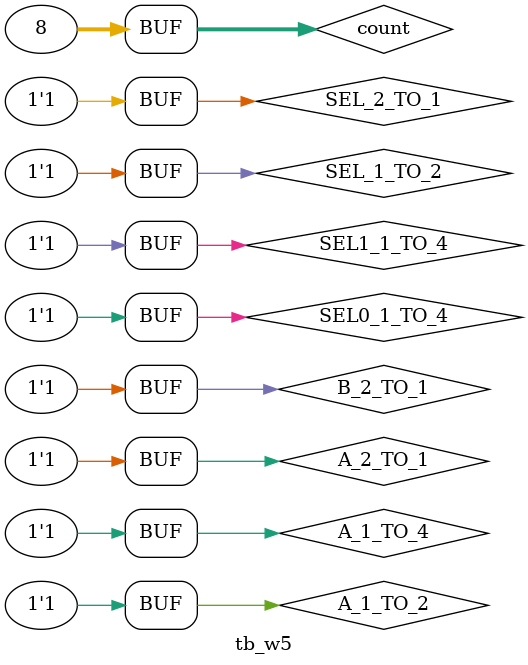
<source format=v>
`timescale 1ns/1ns

module tb_w5;
	
	//2:1 MUX
	//input 
	reg A_2_TO_1, B_2_TO_1;
	//select (input)
	reg SEL_2_TO_1;
	//output
	wire OUTPUT_2_TO_1_B; //behavioral modeling
	wire OUTPUT_2_TO_1_D; //dataflow modeling
	wire OUTPUT_2_TO_1_G; //gatelevel modeling	

	//////////////////////////////////
	//////////////////////////////////
	//////////////////////////////////
	//1:2 DEMUX
	//input 
	reg A_1_TO_2;

	//select (input)
	reg SEL_1_TO_2;
	wire OUTPUT1_1_TO_2_B, OUTPUT2_1_TO_2_B; //behavioral modeling
	wire OUTPUT1_1_TO_2_D, OUTPUT2_1_TO_2_D; //dataflow modeling
	wire OUTPUT1_1_TO_2_G, OUTPUT2_1_TO_2_G; //gatelevel modeling

	//////////////////////////////////
	//////////////////////////////////
	//////////////////////////////////
	//1:4 DEMUX
	//select (input)
	reg SEL1_1_TO_4, SEL0_1_TO_4;
	//input 
	reg A_1_TO_4;
	//output
	wire OUTPUT1_1_TO_4_B, OUTPUT2_1_TO_4_B, OUTPUT3_1_TO_4_B, OUTPUT4_1_TO_4_B; //behavioral modeling
	wire OUTPUT1_1_TO_4_D, OUTPUT2_1_TO_4_D, OUTPUT3_1_TO_4_D, OUTPUT4_1_TO_4_D; //dataflow modeling
	wire OUTPUT1_1_TO_4_G, OUTPUT2_1_TO_4_G, OUTPUT3_1_TO_4_G, OUTPUT4_1_TO_4_G; //gatelevel modeling	
	//temporal variable for loop
	integer count;

	//Module instantiation
	//2:1 MUX
	two_to_one_mux_behavioral_module two_to_one_mux_behavioral(.a(A_2_TO_1), .b(B_2_TO_1), .s(SEL_2_TO_1), .out(OUTPUT_2_TO_1_B));	
	two_to_one_mux_dataflow_module two_to_one_mux_dataflow(.a(A_2_TO_1), .b(B_2_TO_1), .s(SEL_2_TO_1), .out(OUTPUT_2_TO_1_D));
	two_to_one_mux_gatelevel_module two_to_one_mux_gatelevel(.a(A_2_TO_1), .b(B_2_TO_1), .s(SEL_2_TO_1), .out(OUTPUT_2_TO_1_G));

	//1:2 DEMUX
	one_to_two_demux_behavioral_module one_to_two_demux_behavioral(.a(A_1_TO_2), .s(SEL_1_TO_2), .out1(OUTPUT1_1_TO_2_B), .out2(OUTPUT2_1_TO_2_B));
	one_to_two_demux_dataflow_module one_to_two_demux_dataflow(.a(A_1_TO_2), .s(SEL_1_TO_2), .out1(OUTPUT1_1_TO_2_D), .out2(OUTPUT2_1_TO_2_D));
	one_to_two_demux_gatelevel_module one_to_two_demux_gatelevel(.a(A_1_TO_2), .s(SEL_1_TO_2), .out1(OUTPUT1_1_TO_2_G), .out2(OUTPUT2_1_TO_2_G));

	//1:4 DEMUX
	one_to_four_demux_behavioral_module one_to_four_demux_behavioral(.a(A_1_TO_4), .s0(SEL0_1_TO_4), .s1(SEL1_1_TO_4), .out1(OUTPUT1_1_TO_4_B), .out2(OUTPUT2_1_TO_4_B), .out3(OUTPUT3_1_TO_4_B), .out4(OUTPUT4_1_TO_4_B));
	one_to_four_demux_dataflow_module one_to_four_demux_dataflow(.a(A_1_TO_4), .s0(SEL0_1_TO_4), .s1(SEL1_1_TO_4), .out1(OUTPUT1_1_TO_4_D), .out2(OUTPUT2_1_TO_4_D), .out3(OUTPUT3_1_TO_4_D), .out4(OUTPUT4_1_TO_4_D));
	one_to_four_demux_gatelevel_module one_to_four_demux_gatelevel(.a(A_1_TO_4), .s0(SEL0_1_TO_4), .s1(SEL1_1_TO_4), .out1(OUTPUT1_1_TO_4_G), .out2(OUTPUT2_1_TO_4_G), .out3(OUTPUT3_1_TO_4_G), .out4(OUTPUT4_1_TO_4_G));
	
	initial
	begin
		 A_2_TO_1 = 1'b0; B_2_TO_1 = 1'b1; SEL_2_TO_1 = 1'b0; 
		 A_1_TO_2 = 1'b0; SEL_1_TO_2 = 1'b0;
//		 A_4_TO_1 = 1'b0; B_4_TO_1 = 1'b0; C_4_TO_1 = 1'b0; D_4_TO_1 = 1'b0; SEL0_4_TO_1 = 1'b0; SEL1_4_TO_1 = 1'b0;
	end
	
	initial 
	begin	
		 
		 // Test pattern for 2:1 MUX
		A_2_TO_1 = 1'b0; B_2_TO_1 = 1'b0; SEL_2_TO_1 = 1'b0; 
		#10 A_2_TO_1 = 1'b0; B_2_TO_1 = 1'b0; SEL_2_TO_1 = 1'b1; 
		#10 A_2_TO_1 = 1'b0; B_2_TO_1 = 1'b1; SEL_2_TO_1 = 1'b0; 
		#10 A_2_TO_1 = 1'b0; B_2_TO_1 = 1'b1; SEL_2_TO_1 = 1'b1;
		#10 A_2_TO_1 = 1'b1; B_2_TO_1 = 1'b0; SEL_2_TO_1 = 1'b0; 
		#10 A_2_TO_1 = 1'b1; B_2_TO_1 = 1'b0; SEL_2_TO_1 = 1'b1; 
		#10 A_2_TO_1 = 1'b1; B_2_TO_1 = 1'b1; SEL_2_TO_1 = 1'b0; 
		#10 A_2_TO_1 = 1'b1; B_2_TO_1 = 1'b1; SEL_2_TO_1 = 1'b1;

		#90 //delay to border the test of 1:2 DEMUX		
		#10 A_1_TO_2 = 1'b0; SEL_1_TO_2 = 1'b1;
		#10 A_1_TO_2 = 1'b1; SEL_1_TO_2 = 1'b0;
		#10 A_1_TO_2 = 1'b1; SEL_1_TO_2 = 1'b1;
	

		#90 //delay to border the test of 1:4 DEMUX
		for (count = 0; count <8; count = count +1)
			#10 {SEL1_1_TO_4, SEL0_1_TO_4, A_1_TO_4} = count;
	end
	
	
endmodule

</source>
